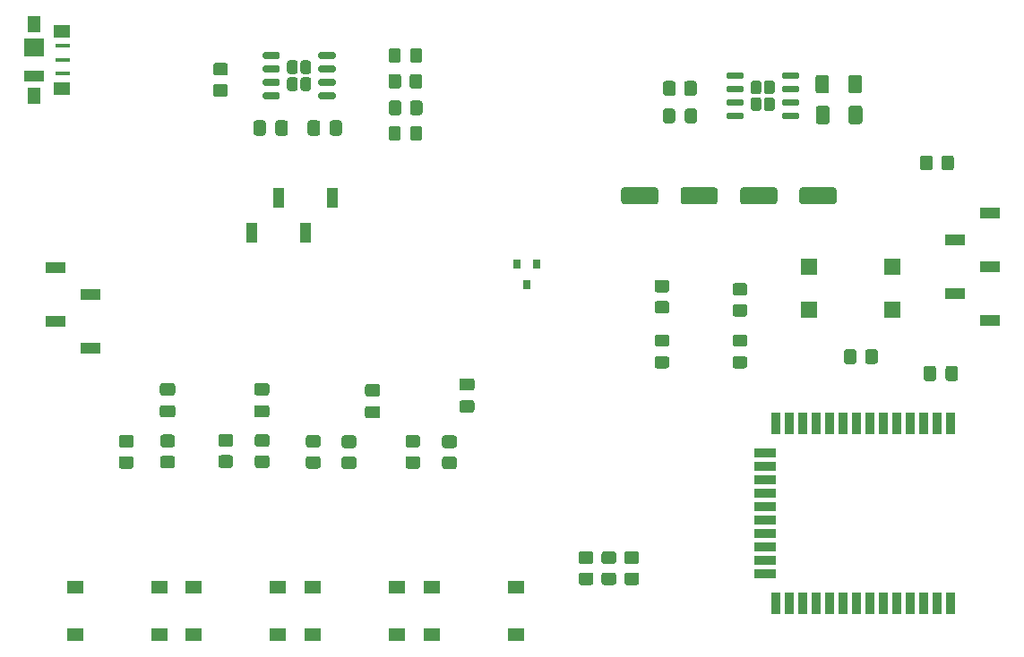
<source format=gbr>
%TF.GenerationSoftware,KiCad,Pcbnew,(5.1.10-1-10_14)*%
%TF.CreationDate,2022-01-20T11:14:49-05:00*%
%TF.ProjectId,PCB_Design,5043425f-4465-4736-9967-6e2e6b696361,rev?*%
%TF.SameCoordinates,Original*%
%TF.FileFunction,Paste,Top*%
%TF.FilePolarity,Positive*%
%FSLAX46Y46*%
G04 Gerber Fmt 4.6, Leading zero omitted, Abs format (unit mm)*
G04 Created by KiCad (PCBNEW (5.1.10-1-10_14)) date 2022-01-20 11:14:49*
%MOMM*%
%LPD*%
G01*
G04 APERTURE LIST*
%ADD10R,0.900000X2.000000*%
%ADD11R,2.000000X0.900000*%
%ADD12R,1.900000X1.000000*%
%ADD13R,1.900000X1.800000*%
%ADD14R,1.300000X1.650000*%
%ADD15R,1.550000X1.225000*%
%ADD16R,1.380000X0.450000*%
%ADD17R,1.500000X1.500000*%
%ADD18R,1.000000X1.900000*%
%ADD19R,1.550000X1.300000*%
%ADD20R,0.800000X0.900000*%
G04 APERTURE END LIST*
D10*
%TO.C,U1*%
X149923500Y-131454000D03*
X148653500Y-131454000D03*
X147383500Y-131454000D03*
X146113500Y-131454000D03*
X144843500Y-131454000D03*
X143573500Y-131454000D03*
X142303500Y-131454000D03*
X141033500Y-131454000D03*
X139763500Y-131454000D03*
X138493500Y-131454000D03*
X137223500Y-131454000D03*
X135953500Y-131454000D03*
X134683500Y-131454000D03*
X133413500Y-131454000D03*
D11*
X132413500Y-134239000D03*
X132413500Y-135509000D03*
X132413500Y-136779000D03*
X132413500Y-138049000D03*
X132413500Y-139319000D03*
X132413500Y-140589000D03*
X132413500Y-141859000D03*
X132413500Y-143129000D03*
X132413500Y-144399000D03*
X132413500Y-145669000D03*
D10*
X133413500Y-148454000D03*
X134683500Y-148454000D03*
X135953500Y-148454000D03*
X137223500Y-148454000D03*
X138493500Y-148454000D03*
X139763500Y-148454000D03*
X141033500Y-148454000D03*
X142303500Y-148454000D03*
X143573500Y-148454000D03*
X144843500Y-148454000D03*
X146113500Y-148454000D03*
X147383500Y-148454000D03*
X148653500Y-148454000D03*
X149923500Y-148454000D03*
%TD*%
%TO.C,IC1*%
G36*
G01*
X132332000Y-101652002D02*
X132332000Y-100861998D01*
G75*
G02*
X132581998Y-100612000I249998J0D01*
G01*
X133092002Y-100612000D01*
G75*
G02*
X133342000Y-100861998I0J-249998D01*
G01*
X133342000Y-101652002D01*
G75*
G02*
X133092002Y-101902000I-249998J0D01*
G01*
X132581998Y-101902000D01*
G75*
G02*
X132332000Y-101652002I0J249998D01*
G01*
G37*
G36*
G01*
X132332000Y-100052002D02*
X132332000Y-99261998D01*
G75*
G02*
X132581998Y-99012000I249998J0D01*
G01*
X133092002Y-99012000D01*
G75*
G02*
X133342000Y-99261998I0J-249998D01*
G01*
X133342000Y-100052002D01*
G75*
G02*
X133092002Y-100302000I-249998J0D01*
G01*
X132581998Y-100302000D01*
G75*
G02*
X132332000Y-100052002I0J249998D01*
G01*
G37*
G36*
G01*
X131072000Y-101652002D02*
X131072000Y-100861998D01*
G75*
G02*
X131321998Y-100612000I249998J0D01*
G01*
X131832002Y-100612000D01*
G75*
G02*
X132082000Y-100861998I0J-249998D01*
G01*
X132082000Y-101652002D01*
G75*
G02*
X131832002Y-101902000I-249998J0D01*
G01*
X131321998Y-101902000D01*
G75*
G02*
X131072000Y-101652002I0J249998D01*
G01*
G37*
G36*
G01*
X131072000Y-100052002D02*
X131072000Y-99261998D01*
G75*
G02*
X131321998Y-99012000I249998J0D01*
G01*
X131832002Y-99012000D01*
G75*
G02*
X132082000Y-99261998I0J-249998D01*
G01*
X132082000Y-100052002D01*
G75*
G02*
X131832002Y-100302000I-249998J0D01*
G01*
X131321998Y-100302000D01*
G75*
G02*
X131072000Y-100052002I0J249998D01*
G01*
G37*
G36*
G01*
X134032000Y-98702000D02*
X134032000Y-98402000D01*
G75*
G02*
X134182000Y-98252000I150000J0D01*
G01*
X135507000Y-98252000D01*
G75*
G02*
X135657000Y-98402000I0J-150000D01*
G01*
X135657000Y-98702000D01*
G75*
G02*
X135507000Y-98852000I-150000J0D01*
G01*
X134182000Y-98852000D01*
G75*
G02*
X134032000Y-98702000I0J150000D01*
G01*
G37*
G36*
G01*
X134032000Y-99972000D02*
X134032000Y-99672000D01*
G75*
G02*
X134182000Y-99522000I150000J0D01*
G01*
X135507000Y-99522000D01*
G75*
G02*
X135657000Y-99672000I0J-150000D01*
G01*
X135657000Y-99972000D01*
G75*
G02*
X135507000Y-100122000I-150000J0D01*
G01*
X134182000Y-100122000D01*
G75*
G02*
X134032000Y-99972000I0J150000D01*
G01*
G37*
G36*
G01*
X134032000Y-101242000D02*
X134032000Y-100942000D01*
G75*
G02*
X134182000Y-100792000I150000J0D01*
G01*
X135507000Y-100792000D01*
G75*
G02*
X135657000Y-100942000I0J-150000D01*
G01*
X135657000Y-101242000D01*
G75*
G02*
X135507000Y-101392000I-150000J0D01*
G01*
X134182000Y-101392000D01*
G75*
G02*
X134032000Y-101242000I0J150000D01*
G01*
G37*
G36*
G01*
X134032000Y-102512000D02*
X134032000Y-102212000D01*
G75*
G02*
X134182000Y-102062000I150000J0D01*
G01*
X135507000Y-102062000D01*
G75*
G02*
X135657000Y-102212000I0J-150000D01*
G01*
X135657000Y-102512000D01*
G75*
G02*
X135507000Y-102662000I-150000J0D01*
G01*
X134182000Y-102662000D01*
G75*
G02*
X134032000Y-102512000I0J150000D01*
G01*
G37*
G36*
G01*
X128757000Y-102512000D02*
X128757000Y-102212000D01*
G75*
G02*
X128907000Y-102062000I150000J0D01*
G01*
X130232000Y-102062000D01*
G75*
G02*
X130382000Y-102212000I0J-150000D01*
G01*
X130382000Y-102512000D01*
G75*
G02*
X130232000Y-102662000I-150000J0D01*
G01*
X128907000Y-102662000D01*
G75*
G02*
X128757000Y-102512000I0J150000D01*
G01*
G37*
G36*
G01*
X128757000Y-101242000D02*
X128757000Y-100942000D01*
G75*
G02*
X128907000Y-100792000I150000J0D01*
G01*
X130232000Y-100792000D01*
G75*
G02*
X130382000Y-100942000I0J-150000D01*
G01*
X130382000Y-101242000D01*
G75*
G02*
X130232000Y-101392000I-150000J0D01*
G01*
X128907000Y-101392000D01*
G75*
G02*
X128757000Y-101242000I0J150000D01*
G01*
G37*
G36*
G01*
X128757000Y-99972000D02*
X128757000Y-99672000D01*
G75*
G02*
X128907000Y-99522000I150000J0D01*
G01*
X130232000Y-99522000D01*
G75*
G02*
X130382000Y-99672000I0J-150000D01*
G01*
X130382000Y-99972000D01*
G75*
G02*
X130232000Y-100122000I-150000J0D01*
G01*
X128907000Y-100122000D01*
G75*
G02*
X128757000Y-99972000I0J150000D01*
G01*
G37*
G36*
G01*
X128757000Y-98702000D02*
X128757000Y-98402000D01*
G75*
G02*
X128907000Y-98252000I150000J0D01*
G01*
X130232000Y-98252000D01*
G75*
G02*
X130382000Y-98402000I0J-150000D01*
G01*
X130382000Y-98702000D01*
G75*
G02*
X130232000Y-98852000I-150000J0D01*
G01*
X128907000Y-98852000D01*
G75*
G02*
X128757000Y-98702000I0J150000D01*
G01*
G37*
%TD*%
%TO.C,J1*%
G36*
G01*
X84942000Y-96797000D02*
X84942000Y-96497000D01*
G75*
G02*
X85092000Y-96347000I150000J0D01*
G01*
X86417000Y-96347000D01*
G75*
G02*
X86567000Y-96497000I0J-150000D01*
G01*
X86567000Y-96797000D01*
G75*
G02*
X86417000Y-96947000I-150000J0D01*
G01*
X85092000Y-96947000D01*
G75*
G02*
X84942000Y-96797000I0J150000D01*
G01*
G37*
G36*
G01*
X84942000Y-98067000D02*
X84942000Y-97767000D01*
G75*
G02*
X85092000Y-97617000I150000J0D01*
G01*
X86417000Y-97617000D01*
G75*
G02*
X86567000Y-97767000I0J-150000D01*
G01*
X86567000Y-98067000D01*
G75*
G02*
X86417000Y-98217000I-150000J0D01*
G01*
X85092000Y-98217000D01*
G75*
G02*
X84942000Y-98067000I0J150000D01*
G01*
G37*
G36*
G01*
X84942000Y-99337000D02*
X84942000Y-99037000D01*
G75*
G02*
X85092000Y-98887000I150000J0D01*
G01*
X86417000Y-98887000D01*
G75*
G02*
X86567000Y-99037000I0J-150000D01*
G01*
X86567000Y-99337000D01*
G75*
G02*
X86417000Y-99487000I-150000J0D01*
G01*
X85092000Y-99487000D01*
G75*
G02*
X84942000Y-99337000I0J150000D01*
G01*
G37*
G36*
G01*
X84942000Y-100607000D02*
X84942000Y-100307000D01*
G75*
G02*
X85092000Y-100157000I150000J0D01*
G01*
X86417000Y-100157000D01*
G75*
G02*
X86567000Y-100307000I0J-150000D01*
G01*
X86567000Y-100607000D01*
G75*
G02*
X86417000Y-100757000I-150000J0D01*
G01*
X85092000Y-100757000D01*
G75*
G02*
X84942000Y-100607000I0J150000D01*
G01*
G37*
G36*
G01*
X90217000Y-100607000D02*
X90217000Y-100307000D01*
G75*
G02*
X90367000Y-100157000I150000J0D01*
G01*
X91692000Y-100157000D01*
G75*
G02*
X91842000Y-100307000I0J-150000D01*
G01*
X91842000Y-100607000D01*
G75*
G02*
X91692000Y-100757000I-150000J0D01*
G01*
X90367000Y-100757000D01*
G75*
G02*
X90217000Y-100607000I0J150000D01*
G01*
G37*
G36*
G01*
X90217000Y-99337000D02*
X90217000Y-99037000D01*
G75*
G02*
X90367000Y-98887000I150000J0D01*
G01*
X91692000Y-98887000D01*
G75*
G02*
X91842000Y-99037000I0J-150000D01*
G01*
X91842000Y-99337000D01*
G75*
G02*
X91692000Y-99487000I-150000J0D01*
G01*
X90367000Y-99487000D01*
G75*
G02*
X90217000Y-99337000I0J150000D01*
G01*
G37*
G36*
G01*
X90217000Y-98067000D02*
X90217000Y-97767000D01*
G75*
G02*
X90367000Y-97617000I150000J0D01*
G01*
X91692000Y-97617000D01*
G75*
G02*
X91842000Y-97767000I0J-150000D01*
G01*
X91842000Y-98067000D01*
G75*
G02*
X91692000Y-98217000I-150000J0D01*
G01*
X90367000Y-98217000D01*
G75*
G02*
X90217000Y-98067000I0J150000D01*
G01*
G37*
G36*
G01*
X90217000Y-96797000D02*
X90217000Y-96497000D01*
G75*
G02*
X90367000Y-96347000I150000J0D01*
G01*
X91692000Y-96347000D01*
G75*
G02*
X91842000Y-96497000I0J-150000D01*
G01*
X91842000Y-96797000D01*
G75*
G02*
X91692000Y-96947000I-150000J0D01*
G01*
X90367000Y-96947000D01*
G75*
G02*
X90217000Y-96797000I0J150000D01*
G01*
G37*
G36*
G01*
X87257000Y-98147002D02*
X87257000Y-97356998D01*
G75*
G02*
X87506998Y-97107000I249998J0D01*
G01*
X88017002Y-97107000D01*
G75*
G02*
X88267000Y-97356998I0J-249998D01*
G01*
X88267000Y-98147002D01*
G75*
G02*
X88017002Y-98397000I-249998J0D01*
G01*
X87506998Y-98397000D01*
G75*
G02*
X87257000Y-98147002I0J249998D01*
G01*
G37*
G36*
G01*
X87257000Y-99747002D02*
X87257000Y-98956998D01*
G75*
G02*
X87506998Y-98707000I249998J0D01*
G01*
X88017002Y-98707000D01*
G75*
G02*
X88267000Y-98956998I0J-249998D01*
G01*
X88267000Y-99747002D01*
G75*
G02*
X88017002Y-99997000I-249998J0D01*
G01*
X87506998Y-99997000D01*
G75*
G02*
X87257000Y-99747002I0J249998D01*
G01*
G37*
G36*
G01*
X88517000Y-98147002D02*
X88517000Y-97356998D01*
G75*
G02*
X88766998Y-97107000I249998J0D01*
G01*
X89277002Y-97107000D01*
G75*
G02*
X89527000Y-97356998I0J-249998D01*
G01*
X89527000Y-98147002D01*
G75*
G02*
X89277002Y-98397000I-249998J0D01*
G01*
X88766998Y-98397000D01*
G75*
G02*
X88517000Y-98147002I0J249998D01*
G01*
G37*
G36*
G01*
X88517000Y-99747002D02*
X88517000Y-98956998D01*
G75*
G02*
X88766998Y-98707000I249998J0D01*
G01*
X89277002Y-98707000D01*
G75*
G02*
X89527000Y-98956998I0J-249998D01*
G01*
X89527000Y-99747002D01*
G75*
G02*
X89277002Y-99997000I-249998J0D01*
G01*
X88766998Y-99997000D01*
G75*
G02*
X88517000Y-99747002I0J249998D01*
G01*
G37*
%TD*%
D12*
%TO.C,J2*%
X63379500Y-98603400D03*
D13*
X63379500Y-95903400D03*
D14*
X63379500Y-100428400D03*
X63379500Y-93678400D03*
D15*
X65954500Y-99740900D03*
X65954500Y-94365900D03*
D16*
X66039500Y-98353400D03*
X66039500Y-97053400D03*
X66039500Y-95753400D03*
%TD*%
%TO.C,R2*%
G36*
G01*
X140282500Y-99989800D02*
X140282500Y-98739800D01*
G75*
G02*
X140532500Y-98489800I250000J0D01*
G01*
X141332500Y-98489800D01*
G75*
G02*
X141582500Y-98739800I0J-250000D01*
G01*
X141582500Y-99989800D01*
G75*
G02*
X141332500Y-100239800I-250000J0D01*
G01*
X140532500Y-100239800D01*
G75*
G02*
X140282500Y-99989800I0J250000D01*
G01*
G37*
G36*
G01*
X137182500Y-99989800D02*
X137182500Y-98739800D01*
G75*
G02*
X137432500Y-98489800I250000J0D01*
G01*
X138232500Y-98489800D01*
G75*
G02*
X138482500Y-98739800I0J-250000D01*
G01*
X138482500Y-99989800D01*
G75*
G02*
X138232500Y-100239800I-250000J0D01*
G01*
X137432500Y-100239800D01*
G75*
G02*
X137182500Y-99989800I0J250000D01*
G01*
G37*
%TD*%
%TO.C,R1*%
G36*
G01*
X138520600Y-101648100D02*
X138520600Y-102898100D01*
G75*
G02*
X138270600Y-103148100I-250000J0D01*
G01*
X137470600Y-103148100D01*
G75*
G02*
X137220600Y-102898100I0J250000D01*
G01*
X137220600Y-101648100D01*
G75*
G02*
X137470600Y-101398100I250000J0D01*
G01*
X138270600Y-101398100D01*
G75*
G02*
X138520600Y-101648100I0J-250000D01*
G01*
G37*
G36*
G01*
X141620600Y-101648100D02*
X141620600Y-102898100D01*
G75*
G02*
X141370600Y-103148100I-250000J0D01*
G01*
X140570600Y-103148100D01*
G75*
G02*
X140320600Y-102898100I0J250000D01*
G01*
X140320600Y-101648100D01*
G75*
G02*
X140570600Y-101398100I250000J0D01*
G01*
X141370600Y-101398100D01*
G75*
G02*
X141620600Y-101648100I0J-250000D01*
G01*
G37*
%TD*%
%TO.C,R_rLED1*%
G36*
G01*
X98028300Y-98635399D02*
X98028300Y-99535401D01*
G75*
G02*
X97778301Y-99785400I-249999J0D01*
G01*
X97078299Y-99785400D01*
G75*
G02*
X96828300Y-99535401I0J249999D01*
G01*
X96828300Y-98635399D01*
G75*
G02*
X97078299Y-98385400I249999J0D01*
G01*
X97778301Y-98385400D01*
G75*
G02*
X98028300Y-98635399I0J-249999D01*
G01*
G37*
G36*
G01*
X100028300Y-98635399D02*
X100028300Y-99535401D01*
G75*
G02*
X99778301Y-99785400I-249999J0D01*
G01*
X99078299Y-99785400D01*
G75*
G02*
X98828300Y-99535401I0J249999D01*
G01*
X98828300Y-98635399D01*
G75*
G02*
X99078299Y-98385400I249999J0D01*
G01*
X99778301Y-98385400D01*
G75*
G02*
X100028300Y-98635399I0J-249999D01*
G01*
G37*
%TD*%
D17*
%TO.C,SW2*%
X144412800Y-116586000D03*
X136612800Y-116586000D03*
%TD*%
%TO.C,SW1*%
X136612800Y-120700800D03*
X144412800Y-120700800D03*
%TD*%
%TO.C,C_bypass1*%
G36*
G01*
X148588400Y-126245600D02*
X148588400Y-127195600D01*
G75*
G02*
X148338400Y-127445600I-250000J0D01*
G01*
X147663400Y-127445600D01*
G75*
G02*
X147413400Y-127195600I0J250000D01*
G01*
X147413400Y-126245600D01*
G75*
G02*
X147663400Y-125995600I250000J0D01*
G01*
X148338400Y-125995600D01*
G75*
G02*
X148588400Y-126245600I0J-250000D01*
G01*
G37*
G36*
G01*
X150663400Y-126245600D02*
X150663400Y-127195600D01*
G75*
G02*
X150413400Y-127445600I-250000J0D01*
G01*
X149738400Y-127445600D01*
G75*
G02*
X149488400Y-127195600I0J250000D01*
G01*
X149488400Y-126245600D01*
G75*
G02*
X149738400Y-125995600I250000J0D01*
G01*
X150413400Y-125995600D01*
G75*
G02*
X150663400Y-126245600I0J-250000D01*
G01*
G37*
%TD*%
D18*
%TO.C,Conn_OLED1*%
X91503500Y-110110000D03*
X86423500Y-110110000D03*
X88963500Y-113410000D03*
X83883500Y-113410000D03*
%TD*%
D12*
%TO.C,Conn_prog1*%
X150369000Y-114109500D03*
X150369000Y-119189500D03*
X153669000Y-111569500D03*
X153669000Y-116649500D03*
X153669000Y-121729500D03*
%TD*%
D19*
%TO.C,BT4*%
X67208500Y-146911500D03*
X67208500Y-151411500D03*
X75158500Y-151411500D03*
X75158500Y-146911500D03*
%TD*%
%TO.C,BT3*%
X78448000Y-146911500D03*
X78448000Y-151411500D03*
X86398000Y-151411500D03*
X86398000Y-146911500D03*
%TD*%
%TO.C,BT2*%
X89687500Y-146911500D03*
X89687500Y-151411500D03*
X97637500Y-151411500D03*
X97637500Y-146911500D03*
%TD*%
%TO.C,BT1*%
X100927500Y-146911500D03*
X100927500Y-151411500D03*
X108877500Y-151411500D03*
X108877500Y-146911500D03*
%TD*%
%TO.C,Cd4*%
G36*
G01*
X75483700Y-129710600D02*
X76433700Y-129710600D01*
G75*
G02*
X76683700Y-129960600I0J-250000D01*
G01*
X76683700Y-130635600D01*
G75*
G02*
X76433700Y-130885600I-250000J0D01*
G01*
X75483700Y-130885600D01*
G75*
G02*
X75233700Y-130635600I0J250000D01*
G01*
X75233700Y-129960600D01*
G75*
G02*
X75483700Y-129710600I250000J0D01*
G01*
G37*
G36*
G01*
X75483700Y-127635600D02*
X76433700Y-127635600D01*
G75*
G02*
X76683700Y-127885600I0J-250000D01*
G01*
X76683700Y-128560600D01*
G75*
G02*
X76433700Y-128810600I-250000J0D01*
G01*
X75483700Y-128810600D01*
G75*
G02*
X75233700Y-128560600I0J250000D01*
G01*
X75233700Y-127885600D01*
G75*
G02*
X75483700Y-127635600I250000J0D01*
G01*
G37*
%TD*%
%TO.C,Cd3*%
G36*
G01*
X84386400Y-129710600D02*
X85336400Y-129710600D01*
G75*
G02*
X85586400Y-129960600I0J-250000D01*
G01*
X85586400Y-130635600D01*
G75*
G02*
X85336400Y-130885600I-250000J0D01*
G01*
X84386400Y-130885600D01*
G75*
G02*
X84136400Y-130635600I0J250000D01*
G01*
X84136400Y-129960600D01*
G75*
G02*
X84386400Y-129710600I250000J0D01*
G01*
G37*
G36*
G01*
X84386400Y-127635600D02*
X85336400Y-127635600D01*
G75*
G02*
X85586400Y-127885600I0J-250000D01*
G01*
X85586400Y-128560600D01*
G75*
G02*
X85336400Y-128810600I-250000J0D01*
G01*
X84386400Y-128810600D01*
G75*
G02*
X84136400Y-128560600I0J250000D01*
G01*
X84136400Y-127885600D01*
G75*
G02*
X84386400Y-127635600I250000J0D01*
G01*
G37*
%TD*%
%TO.C,Cd2*%
G36*
G01*
X94863900Y-129799500D02*
X95813900Y-129799500D01*
G75*
G02*
X96063900Y-130049500I0J-250000D01*
G01*
X96063900Y-130724500D01*
G75*
G02*
X95813900Y-130974500I-250000J0D01*
G01*
X94863900Y-130974500D01*
G75*
G02*
X94613900Y-130724500I0J250000D01*
G01*
X94613900Y-130049500D01*
G75*
G02*
X94863900Y-129799500I250000J0D01*
G01*
G37*
G36*
G01*
X94863900Y-127724500D02*
X95813900Y-127724500D01*
G75*
G02*
X96063900Y-127974500I0J-250000D01*
G01*
X96063900Y-128649500D01*
G75*
G02*
X95813900Y-128899500I-250000J0D01*
G01*
X94863900Y-128899500D01*
G75*
G02*
X94613900Y-128649500I0J250000D01*
G01*
X94613900Y-127974500D01*
G75*
G02*
X94863900Y-127724500I250000J0D01*
G01*
G37*
%TD*%
%TO.C,Cd1*%
G36*
G01*
X103766600Y-129253400D02*
X104716600Y-129253400D01*
G75*
G02*
X104966600Y-129503400I0J-250000D01*
G01*
X104966600Y-130178400D01*
G75*
G02*
X104716600Y-130428400I-250000J0D01*
G01*
X103766600Y-130428400D01*
G75*
G02*
X103516600Y-130178400I0J250000D01*
G01*
X103516600Y-129503400D01*
G75*
G02*
X103766600Y-129253400I250000J0D01*
G01*
G37*
G36*
G01*
X103766600Y-127178400D02*
X104716600Y-127178400D01*
G75*
G02*
X104966600Y-127428400I0J-250000D01*
G01*
X104966600Y-128103400D01*
G75*
G02*
X104716600Y-128353400I-250000J0D01*
G01*
X103766600Y-128353400D01*
G75*
G02*
X103516600Y-128103400I0J250000D01*
G01*
X103516600Y-127428400D01*
G75*
G02*
X103766600Y-127178400I250000J0D01*
G01*
G37*
%TD*%
%TO.C,C2*%
G36*
G01*
X90376500Y-103030000D02*
X90376500Y-103980000D01*
G75*
G02*
X90126500Y-104230000I-250000J0D01*
G01*
X89451500Y-104230000D01*
G75*
G02*
X89201500Y-103980000I0J250000D01*
G01*
X89201500Y-103030000D01*
G75*
G02*
X89451500Y-102780000I250000J0D01*
G01*
X90126500Y-102780000D01*
G75*
G02*
X90376500Y-103030000I0J-250000D01*
G01*
G37*
G36*
G01*
X92451500Y-103030000D02*
X92451500Y-103980000D01*
G75*
G02*
X92201500Y-104230000I-250000J0D01*
G01*
X91526500Y-104230000D01*
G75*
G02*
X91276500Y-103980000I0J250000D01*
G01*
X91276500Y-103030000D01*
G75*
G02*
X91526500Y-102780000I250000J0D01*
G01*
X92201500Y-102780000D01*
G75*
G02*
X92451500Y-103030000I0J-250000D01*
G01*
G37*
%TD*%
%TO.C,C1*%
G36*
G01*
X86153500Y-103980000D02*
X86153500Y-103030000D01*
G75*
G02*
X86403500Y-102780000I250000J0D01*
G01*
X87078500Y-102780000D01*
G75*
G02*
X87328500Y-103030000I0J-250000D01*
G01*
X87328500Y-103980000D01*
G75*
G02*
X87078500Y-104230000I-250000J0D01*
G01*
X86403500Y-104230000D01*
G75*
G02*
X86153500Y-103980000I0J250000D01*
G01*
G37*
G36*
G01*
X84078500Y-103980000D02*
X84078500Y-103030000D01*
G75*
G02*
X84328500Y-102780000I250000J0D01*
G01*
X85003500Y-102780000D01*
G75*
G02*
X85253500Y-103030000I0J-250000D01*
G01*
X85253500Y-103980000D01*
G75*
G02*
X85003500Y-104230000I-250000J0D01*
G01*
X84328500Y-104230000D01*
G75*
G02*
X84078500Y-103980000I0J250000D01*
G01*
G37*
%TD*%
%TO.C,4.7k1*%
G36*
G01*
X149069500Y-107257001D02*
X149069500Y-106356999D01*
G75*
G02*
X149319499Y-106107000I249999J0D01*
G01*
X150019501Y-106107000D01*
G75*
G02*
X150269500Y-106356999I0J-249999D01*
G01*
X150269500Y-107257001D01*
G75*
G02*
X150019501Y-107507000I-249999J0D01*
G01*
X149319499Y-107507000D01*
G75*
G02*
X149069500Y-107257001I0J249999D01*
G01*
G37*
G36*
G01*
X147069500Y-107257001D02*
X147069500Y-106356999D01*
G75*
G02*
X147319499Y-106107000I249999J0D01*
G01*
X148019501Y-106107000D01*
G75*
G02*
X148269500Y-106356999I0J-249999D01*
G01*
X148269500Y-107257001D01*
G75*
G02*
X148019501Y-107507000I-249999J0D01*
G01*
X147319499Y-107507000D01*
G75*
G02*
X147069500Y-107257001I0J249999D01*
G01*
G37*
%TD*%
%TO.C,FlagLED_R1*%
G36*
G01*
X122787500Y-102812001D02*
X122787500Y-101911999D01*
G75*
G02*
X123037499Y-101662000I249999J0D01*
G01*
X123687501Y-101662000D01*
G75*
G02*
X123937500Y-101911999I0J-249999D01*
G01*
X123937500Y-102812001D01*
G75*
G02*
X123687501Y-103062000I-249999J0D01*
G01*
X123037499Y-103062000D01*
G75*
G02*
X122787500Y-102812001I0J249999D01*
G01*
G37*
G36*
G01*
X124837500Y-102812001D02*
X124837500Y-101911999D01*
G75*
G02*
X125087499Y-101662000I249999J0D01*
G01*
X125737501Y-101662000D01*
G75*
G02*
X125987500Y-101911999I0J-249999D01*
G01*
X125987500Y-102812001D01*
G75*
G02*
X125737501Y-103062000I-249999J0D01*
G01*
X125087499Y-103062000D01*
G75*
G02*
X124837500Y-102812001I0J249999D01*
G01*
G37*
%TD*%
%TO.C,gLED1*%
G36*
G01*
X97991400Y-103562999D02*
X97991400Y-104463001D01*
G75*
G02*
X97741401Y-104713000I-249999J0D01*
G01*
X97091399Y-104713000D01*
G75*
G02*
X96841400Y-104463001I0J249999D01*
G01*
X96841400Y-103562999D01*
G75*
G02*
X97091399Y-103313000I249999J0D01*
G01*
X97741401Y-103313000D01*
G75*
G02*
X97991400Y-103562999I0J-249999D01*
G01*
G37*
G36*
G01*
X100041400Y-103562999D02*
X100041400Y-104463001D01*
G75*
G02*
X99791401Y-104713000I-249999J0D01*
G01*
X99141399Y-104713000D01*
G75*
G02*
X98891400Y-104463001I0J249999D01*
G01*
X98891400Y-103562999D01*
G75*
G02*
X99141399Y-103313000I249999J0D01*
G01*
X99791401Y-103313000D01*
G75*
G02*
X100041400Y-103562999I0J-249999D01*
G01*
G37*
%TD*%
%TO.C,LED_Piloto_G1*%
G36*
G01*
X130498001Y-124191500D02*
X129597999Y-124191500D01*
G75*
G02*
X129348000Y-123941501I0J249999D01*
G01*
X129348000Y-123291499D01*
G75*
G02*
X129597999Y-123041500I249999J0D01*
G01*
X130498001Y-123041500D01*
G75*
G02*
X130748000Y-123291499I0J-249999D01*
G01*
X130748000Y-123941501D01*
G75*
G02*
X130498001Y-124191500I-249999J0D01*
G01*
G37*
G36*
G01*
X130498001Y-126241500D02*
X129597999Y-126241500D01*
G75*
G02*
X129348000Y-125991501I0J249999D01*
G01*
X129348000Y-125341499D01*
G75*
G02*
X129597999Y-125091500I249999J0D01*
G01*
X130498001Y-125091500D01*
G75*
G02*
X130748000Y-125341499I0J-249999D01*
G01*
X130748000Y-125991501D01*
G75*
G02*
X130498001Y-126241500I-249999J0D01*
G01*
G37*
%TD*%
%TO.C,LED_Prog_B1*%
G36*
G01*
X122231999Y-123041500D02*
X123132001Y-123041500D01*
G75*
G02*
X123382000Y-123291499I0J-249999D01*
G01*
X123382000Y-123941501D01*
G75*
G02*
X123132001Y-124191500I-249999J0D01*
G01*
X122231999Y-124191500D01*
G75*
G02*
X121982000Y-123941501I0J249999D01*
G01*
X121982000Y-123291499D01*
G75*
G02*
X122231999Y-123041500I249999J0D01*
G01*
G37*
G36*
G01*
X122231999Y-125091500D02*
X123132001Y-125091500D01*
G75*
G02*
X123382000Y-125341499I0J-249999D01*
G01*
X123382000Y-125991501D01*
G75*
G02*
X123132001Y-126241500I-249999J0D01*
G01*
X122231999Y-126241500D01*
G75*
G02*
X121982000Y-125991501I0J249999D01*
G01*
X121982000Y-125341499D01*
G75*
G02*
X122231999Y-125091500I249999J0D01*
G01*
G37*
%TD*%
D20*
%TO.C,NMOS_Buzzer1*%
X110843100Y-116360700D03*
X108943100Y-116360700D03*
X109893100Y-118360700D03*
%TD*%
%TO.C,R_gLED1*%
G36*
G01*
X96866400Y-102050001D02*
X96866400Y-101149999D01*
G75*
G02*
X97116399Y-100900000I249999J0D01*
G01*
X97816401Y-100900000D01*
G75*
G02*
X98066400Y-101149999I0J-249999D01*
G01*
X98066400Y-102050001D01*
G75*
G02*
X97816401Y-102300000I-249999J0D01*
G01*
X97116399Y-102300000D01*
G75*
G02*
X96866400Y-102050001I0J249999D01*
G01*
G37*
G36*
G01*
X98866400Y-102050001D02*
X98866400Y-101149999D01*
G75*
G02*
X99116399Y-100900000I249999J0D01*
G01*
X99816401Y-100900000D01*
G75*
G02*
X100066400Y-101149999I0J-249999D01*
G01*
X100066400Y-102050001D01*
G75*
G02*
X99816401Y-102300000I-249999J0D01*
G01*
X99116399Y-102300000D01*
G75*
G02*
X98866400Y-102050001I0J249999D01*
G01*
G37*
%TD*%
%TO.C,R_Piloto1*%
G36*
G01*
X129597999Y-120161000D02*
X130498001Y-120161000D01*
G75*
G02*
X130748000Y-120410999I0J-249999D01*
G01*
X130748000Y-121111001D01*
G75*
G02*
X130498001Y-121361000I-249999J0D01*
G01*
X129597999Y-121361000D01*
G75*
G02*
X129348000Y-121111001I0J249999D01*
G01*
X129348000Y-120410999D01*
G75*
G02*
X129597999Y-120161000I249999J0D01*
G01*
G37*
G36*
G01*
X129597999Y-118161000D02*
X130498001Y-118161000D01*
G75*
G02*
X130748000Y-118410999I0J-249999D01*
G01*
X130748000Y-119111001D01*
G75*
G02*
X130498001Y-119361000I-249999J0D01*
G01*
X129597999Y-119361000D01*
G75*
G02*
X129348000Y-119111001I0J249999D01*
G01*
X129348000Y-118410999D01*
G75*
G02*
X129597999Y-118161000I249999J0D01*
G01*
G37*
%TD*%
%TO.C,R_PROG1*%
G36*
G01*
X80512499Y-99349000D02*
X81412501Y-99349000D01*
G75*
G02*
X81662500Y-99598999I0J-249999D01*
G01*
X81662500Y-100299001D01*
G75*
G02*
X81412501Y-100549000I-249999J0D01*
G01*
X80512499Y-100549000D01*
G75*
G02*
X80262500Y-100299001I0J249999D01*
G01*
X80262500Y-99598999D01*
G75*
G02*
X80512499Y-99349000I249999J0D01*
G01*
G37*
G36*
G01*
X80512499Y-97349000D02*
X81412501Y-97349000D01*
G75*
G02*
X81662500Y-97598999I0J-249999D01*
G01*
X81662500Y-98299001D01*
G75*
G02*
X81412501Y-98549000I-249999J0D01*
G01*
X80512499Y-98549000D01*
G75*
G02*
X80262500Y-98299001I0J249999D01*
G01*
X80262500Y-97598999D01*
G75*
G02*
X80512499Y-97349000I249999J0D01*
G01*
G37*
%TD*%
%TO.C,R_Prog_B1*%
G36*
G01*
X122231999Y-119859500D02*
X123132001Y-119859500D01*
G75*
G02*
X123382000Y-120109499I0J-249999D01*
G01*
X123382000Y-120809501D01*
G75*
G02*
X123132001Y-121059500I-249999J0D01*
G01*
X122231999Y-121059500D01*
G75*
G02*
X121982000Y-120809501I0J249999D01*
G01*
X121982000Y-120109499D01*
G75*
G02*
X122231999Y-119859500I249999J0D01*
G01*
G37*
G36*
G01*
X122231999Y-117859500D02*
X123132001Y-117859500D01*
G75*
G02*
X123382000Y-118109499I0J-249999D01*
G01*
X123382000Y-118809501D01*
G75*
G02*
X123132001Y-119059500I-249999J0D01*
G01*
X122231999Y-119059500D01*
G75*
G02*
X121982000Y-118809501I0J249999D01*
G01*
X121982000Y-118109499D01*
G75*
G02*
X122231999Y-117859500I249999J0D01*
G01*
G37*
%TD*%
%TO.C,R_RGB_B1*%
G36*
G01*
X115956501Y-144745000D02*
X115056499Y-144745000D01*
G75*
G02*
X114806500Y-144495001I0J249999D01*
G01*
X114806500Y-143794999D01*
G75*
G02*
X115056499Y-143545000I249999J0D01*
G01*
X115956501Y-143545000D01*
G75*
G02*
X116206500Y-143794999I0J-249999D01*
G01*
X116206500Y-144495001D01*
G75*
G02*
X115956501Y-144745000I-249999J0D01*
G01*
G37*
G36*
G01*
X115956501Y-146745000D02*
X115056499Y-146745000D01*
G75*
G02*
X114806500Y-146495001I0J249999D01*
G01*
X114806500Y-145794999D01*
G75*
G02*
X115056499Y-145545000I249999J0D01*
G01*
X115956501Y-145545000D01*
G75*
G02*
X116206500Y-145794999I0J-249999D01*
G01*
X116206500Y-146495001D01*
G75*
G02*
X115956501Y-146745000I-249999J0D01*
G01*
G37*
%TD*%
%TO.C,R_RGB_G1*%
G36*
G01*
X118115501Y-146745000D02*
X117215499Y-146745000D01*
G75*
G02*
X116965500Y-146495001I0J249999D01*
G01*
X116965500Y-145794999D01*
G75*
G02*
X117215499Y-145545000I249999J0D01*
G01*
X118115501Y-145545000D01*
G75*
G02*
X118365500Y-145794999I0J-249999D01*
G01*
X118365500Y-146495001D01*
G75*
G02*
X118115501Y-146745000I-249999J0D01*
G01*
G37*
G36*
G01*
X118115501Y-144745000D02*
X117215499Y-144745000D01*
G75*
G02*
X116965500Y-144495001I0J249999D01*
G01*
X116965500Y-143794999D01*
G75*
G02*
X117215499Y-143545000I249999J0D01*
G01*
X118115501Y-143545000D01*
G75*
G02*
X118365500Y-143794999I0J-249999D01*
G01*
X118365500Y-144495001D01*
G75*
G02*
X118115501Y-144745000I-249999J0D01*
G01*
G37*
%TD*%
%TO.C,R_RGB_R1*%
G36*
G01*
X120274501Y-144745000D02*
X119374499Y-144745000D01*
G75*
G02*
X119124500Y-144495001I0J249999D01*
G01*
X119124500Y-143794999D01*
G75*
G02*
X119374499Y-143545000I249999J0D01*
G01*
X120274501Y-143545000D01*
G75*
G02*
X120524500Y-143794999I0J-249999D01*
G01*
X120524500Y-144495001D01*
G75*
G02*
X120274501Y-144745000I-249999J0D01*
G01*
G37*
G36*
G01*
X120274501Y-146745000D02*
X119374499Y-146745000D01*
G75*
G02*
X119124500Y-146495001I0J249999D01*
G01*
X119124500Y-145794999D01*
G75*
G02*
X119374499Y-145545000I249999J0D01*
G01*
X120274501Y-145545000D01*
G75*
G02*
X120524500Y-145794999I0J-249999D01*
G01*
X120524500Y-146495001D01*
G75*
G02*
X120274501Y-146745000I-249999J0D01*
G01*
G37*
%TD*%
%TO.C,R_rLed1*%
G36*
G01*
X124780500Y-100208501D02*
X124780500Y-99308499D01*
G75*
G02*
X125030499Y-99058500I249999J0D01*
G01*
X125730501Y-99058500D01*
G75*
G02*
X125980500Y-99308499I0J-249999D01*
G01*
X125980500Y-100208501D01*
G75*
G02*
X125730501Y-100458500I-249999J0D01*
G01*
X125030499Y-100458500D01*
G75*
G02*
X124780500Y-100208501I0J249999D01*
G01*
G37*
G36*
G01*
X122780500Y-100208501D02*
X122780500Y-99308499D01*
G75*
G02*
X123030499Y-99058500I249999J0D01*
G01*
X123730501Y-99058500D01*
G75*
G02*
X123980500Y-99308499I0J-249999D01*
G01*
X123980500Y-100208501D01*
G75*
G02*
X123730501Y-100458500I-249999J0D01*
G01*
X123030499Y-100458500D01*
G75*
G02*
X122780500Y-100208501I0J249999D01*
G01*
G37*
%TD*%
%TO.C,Rd1*%
G36*
G01*
X102153299Y-132575500D02*
X103053301Y-132575500D01*
G75*
G02*
X103303300Y-132825499I0J-249999D01*
G01*
X103303300Y-133525501D01*
G75*
G02*
X103053301Y-133775500I-249999J0D01*
G01*
X102153299Y-133775500D01*
G75*
G02*
X101903300Y-133525501I0J249999D01*
G01*
X101903300Y-132825499D01*
G75*
G02*
X102153299Y-132575500I249999J0D01*
G01*
G37*
G36*
G01*
X102153299Y-134575500D02*
X103053301Y-134575500D01*
G75*
G02*
X103303300Y-134825499I0J-249999D01*
G01*
X103303300Y-135525501D01*
G75*
G02*
X103053301Y-135775500I-249999J0D01*
G01*
X102153299Y-135775500D01*
G75*
G02*
X101903300Y-135525501I0J249999D01*
G01*
X101903300Y-134825499D01*
G75*
G02*
X102153299Y-134575500I249999J0D01*
G01*
G37*
%TD*%
%TO.C,Rd2*%
G36*
G01*
X92653699Y-132575500D02*
X93553701Y-132575500D01*
G75*
G02*
X93803700Y-132825499I0J-249999D01*
G01*
X93803700Y-133525501D01*
G75*
G02*
X93553701Y-133775500I-249999J0D01*
G01*
X92653699Y-133775500D01*
G75*
G02*
X92403700Y-133525501I0J249999D01*
G01*
X92403700Y-132825499D01*
G75*
G02*
X92653699Y-132575500I249999J0D01*
G01*
G37*
G36*
G01*
X92653699Y-134575500D02*
X93553701Y-134575500D01*
G75*
G02*
X93803700Y-134825499I0J-249999D01*
G01*
X93803700Y-135525501D01*
G75*
G02*
X93553701Y-135775500I-249999J0D01*
G01*
X92653699Y-135775500D01*
G75*
G02*
X92403700Y-135525501I0J249999D01*
G01*
X92403700Y-134825499D01*
G75*
G02*
X92653699Y-134575500I249999J0D01*
G01*
G37*
%TD*%
%TO.C,Rd3*%
G36*
G01*
X84449499Y-132464500D02*
X85349501Y-132464500D01*
G75*
G02*
X85599500Y-132714499I0J-249999D01*
G01*
X85599500Y-133414501D01*
G75*
G02*
X85349501Y-133664500I-249999J0D01*
G01*
X84449499Y-133664500D01*
G75*
G02*
X84199500Y-133414501I0J249999D01*
G01*
X84199500Y-132714499D01*
G75*
G02*
X84449499Y-132464500I249999J0D01*
G01*
G37*
G36*
G01*
X84449499Y-134464500D02*
X85349501Y-134464500D01*
G75*
G02*
X85599500Y-134714499I0J-249999D01*
G01*
X85599500Y-135414501D01*
G75*
G02*
X85349501Y-135664500I-249999J0D01*
G01*
X84449499Y-135664500D01*
G75*
G02*
X84199500Y-135414501I0J249999D01*
G01*
X84199500Y-134714499D01*
G75*
G02*
X84449499Y-134464500I249999J0D01*
G01*
G37*
%TD*%
%TO.C,Rd4*%
G36*
G01*
X75508699Y-134499300D02*
X76408701Y-134499300D01*
G75*
G02*
X76658700Y-134749299I0J-249999D01*
G01*
X76658700Y-135449301D01*
G75*
G02*
X76408701Y-135699300I-249999J0D01*
G01*
X75508699Y-135699300D01*
G75*
G02*
X75258700Y-135449301I0J249999D01*
G01*
X75258700Y-134749299D01*
G75*
G02*
X75508699Y-134499300I249999J0D01*
G01*
G37*
G36*
G01*
X75508699Y-132499300D02*
X76408701Y-132499300D01*
G75*
G02*
X76658700Y-132749299I0J-249999D01*
G01*
X76658700Y-133449301D01*
G75*
G02*
X76408701Y-133699300I-249999J0D01*
G01*
X75508699Y-133699300D01*
G75*
G02*
X75258700Y-133449301I0J249999D01*
G01*
X75258700Y-132749299D01*
G75*
G02*
X75508699Y-132499300I249999J0D01*
G01*
G37*
%TD*%
%TO.C,Ren1*%
G36*
G01*
X141081300Y-124683099D02*
X141081300Y-125583101D01*
G75*
G02*
X140831301Y-125833100I-249999J0D01*
G01*
X140131299Y-125833100D01*
G75*
G02*
X139881300Y-125583101I0J249999D01*
G01*
X139881300Y-124683099D01*
G75*
G02*
X140131299Y-124433100I249999J0D01*
G01*
X140831301Y-124433100D01*
G75*
G02*
X141081300Y-124683099I0J-249999D01*
G01*
G37*
G36*
G01*
X143081300Y-124683099D02*
X143081300Y-125583101D01*
G75*
G02*
X142831301Y-125833100I-249999J0D01*
G01*
X142131299Y-125833100D01*
G75*
G02*
X141881300Y-125583101I0J249999D01*
G01*
X141881300Y-124683099D01*
G75*
G02*
X142131299Y-124433100I249999J0D01*
G01*
X142831301Y-124433100D01*
G75*
G02*
X143081300Y-124683099I0J-249999D01*
G01*
G37*
%TD*%
%TO.C,rLED1*%
G36*
G01*
X100041400Y-96196999D02*
X100041400Y-97097001D01*
G75*
G02*
X99791401Y-97347000I-249999J0D01*
G01*
X99141399Y-97347000D01*
G75*
G02*
X98891400Y-97097001I0J249999D01*
G01*
X98891400Y-96196999D01*
G75*
G02*
X99141399Y-95947000I249999J0D01*
G01*
X99791401Y-95947000D01*
G75*
G02*
X100041400Y-96196999I0J-249999D01*
G01*
G37*
G36*
G01*
X97991400Y-96196999D02*
X97991400Y-97097001D01*
G75*
G02*
X97741401Y-97347000I-249999J0D01*
G01*
X97091399Y-97347000D01*
G75*
G02*
X96841400Y-97097001I0J249999D01*
G01*
X96841400Y-96196999D01*
G75*
G02*
X97091399Y-95947000I249999J0D01*
G01*
X97741401Y-95947000D01*
G75*
G02*
X97991400Y-96196999I0J-249999D01*
G01*
G37*
%TD*%
%TO.C,Rogers1*%
G36*
G01*
X133576000Y-109368500D02*
X133576000Y-110468500D01*
G75*
G02*
X133326000Y-110718500I-250000J0D01*
G01*
X130326000Y-110718500D01*
G75*
G02*
X130076000Y-110468500I0J250000D01*
G01*
X130076000Y-109368500D01*
G75*
G02*
X130326000Y-109118500I250000J0D01*
G01*
X133326000Y-109118500D01*
G75*
G02*
X133576000Y-109368500I0J-250000D01*
G01*
G37*
G36*
G01*
X139176000Y-109368500D02*
X139176000Y-110468500D01*
G75*
G02*
X138926000Y-110718500I-250000J0D01*
G01*
X135926000Y-110718500D01*
G75*
G02*
X135676000Y-110468500I0J250000D01*
G01*
X135676000Y-109368500D01*
G75*
G02*
X135926000Y-109118500I250000J0D01*
G01*
X138926000Y-109118500D01*
G75*
G02*
X139176000Y-109368500I0J-250000D01*
G01*
G37*
%TD*%
%TO.C,Rpd1*%
G36*
G01*
X99586201Y-133737400D02*
X98686199Y-133737400D01*
G75*
G02*
X98436200Y-133487401I0J249999D01*
G01*
X98436200Y-132787399D01*
G75*
G02*
X98686199Y-132537400I249999J0D01*
G01*
X99586201Y-132537400D01*
G75*
G02*
X99836200Y-132787399I0J-249999D01*
G01*
X99836200Y-133487401D01*
G75*
G02*
X99586201Y-133737400I-249999J0D01*
G01*
G37*
G36*
G01*
X99586201Y-135737400D02*
X98686199Y-135737400D01*
G75*
G02*
X98436200Y-135487401I0J249999D01*
G01*
X98436200Y-134787399D01*
G75*
G02*
X98686199Y-134537400I249999J0D01*
G01*
X99586201Y-134537400D01*
G75*
G02*
X99836200Y-134787399I0J-249999D01*
G01*
X99836200Y-135487401D01*
G75*
G02*
X99586201Y-135737400I-249999J0D01*
G01*
G37*
%TD*%
%TO.C,Rpd2*%
G36*
G01*
X90175501Y-135737400D02*
X89275499Y-135737400D01*
G75*
G02*
X89025500Y-135487401I0J249999D01*
G01*
X89025500Y-134787399D01*
G75*
G02*
X89275499Y-134537400I249999J0D01*
G01*
X90175501Y-134537400D01*
G75*
G02*
X90425500Y-134787399I0J-249999D01*
G01*
X90425500Y-135487401D01*
G75*
G02*
X90175501Y-135737400I-249999J0D01*
G01*
G37*
G36*
G01*
X90175501Y-133737400D02*
X89275499Y-133737400D01*
G75*
G02*
X89025500Y-133487401I0J249999D01*
G01*
X89025500Y-132787399D01*
G75*
G02*
X89275499Y-132537400I249999J0D01*
G01*
X90175501Y-132537400D01*
G75*
G02*
X90425500Y-132787399I0J-249999D01*
G01*
X90425500Y-133487401D01*
G75*
G02*
X90175501Y-133737400I-249999J0D01*
G01*
G37*
%TD*%
%TO.C,Rpd3*%
G36*
G01*
X81907801Y-135648500D02*
X81007799Y-135648500D01*
G75*
G02*
X80757800Y-135398501I0J249999D01*
G01*
X80757800Y-134698499D01*
G75*
G02*
X81007799Y-134448500I249999J0D01*
G01*
X81907801Y-134448500D01*
G75*
G02*
X82157800Y-134698499I0J-249999D01*
G01*
X82157800Y-135398501D01*
G75*
G02*
X81907801Y-135648500I-249999J0D01*
G01*
G37*
G36*
G01*
X81907801Y-133648500D02*
X81007799Y-133648500D01*
G75*
G02*
X80757800Y-133398501I0J249999D01*
G01*
X80757800Y-132698499D01*
G75*
G02*
X81007799Y-132448500I249999J0D01*
G01*
X81907801Y-132448500D01*
G75*
G02*
X82157800Y-132698499I0J-249999D01*
G01*
X82157800Y-133398501D01*
G75*
G02*
X81907801Y-133648500I-249999J0D01*
G01*
G37*
%TD*%
%TO.C,Rpd4*%
G36*
G01*
X72497101Y-135737400D02*
X71597099Y-135737400D01*
G75*
G02*
X71347100Y-135487401I0J249999D01*
G01*
X71347100Y-134787399D01*
G75*
G02*
X71597099Y-134537400I249999J0D01*
G01*
X72497101Y-134537400D01*
G75*
G02*
X72747100Y-134787399I0J-249999D01*
G01*
X72747100Y-135487401D01*
G75*
G02*
X72497101Y-135737400I-249999J0D01*
G01*
G37*
G36*
G01*
X72497101Y-133737400D02*
X71597099Y-133737400D01*
G75*
G02*
X71347100Y-133487401I0J249999D01*
G01*
X71347100Y-132787399D01*
G75*
G02*
X71597099Y-132537400I249999J0D01*
G01*
X72497101Y-132537400D01*
G75*
G02*
X72747100Y-132787399I0J-249999D01*
G01*
X72747100Y-133487401D01*
G75*
G02*
X72497101Y-133737400I-249999J0D01*
G01*
G37*
%TD*%
%TO.C,Steve1*%
G36*
G01*
X118836500Y-110468500D02*
X118836500Y-109368500D01*
G75*
G02*
X119086500Y-109118500I250000J0D01*
G01*
X122086500Y-109118500D01*
G75*
G02*
X122336500Y-109368500I0J-250000D01*
G01*
X122336500Y-110468500D01*
G75*
G02*
X122086500Y-110718500I-250000J0D01*
G01*
X119086500Y-110718500D01*
G75*
G02*
X118836500Y-110468500I0J250000D01*
G01*
G37*
G36*
G01*
X124436500Y-110468500D02*
X124436500Y-109368500D01*
G75*
G02*
X124686500Y-109118500I250000J0D01*
G01*
X127686500Y-109118500D01*
G75*
G02*
X127936500Y-109368500I0J-250000D01*
G01*
X127936500Y-110468500D01*
G75*
G02*
X127686500Y-110718500I-250000J0D01*
G01*
X124686500Y-110718500D01*
G75*
G02*
X124436500Y-110468500I0J250000D01*
G01*
G37*
%TD*%
D12*
%TO.C,Conn_I2C1*%
X68706000Y-124333000D03*
X68706000Y-119253000D03*
X65406000Y-121793000D03*
X65406000Y-116713000D03*
%TD*%
M02*

</source>
